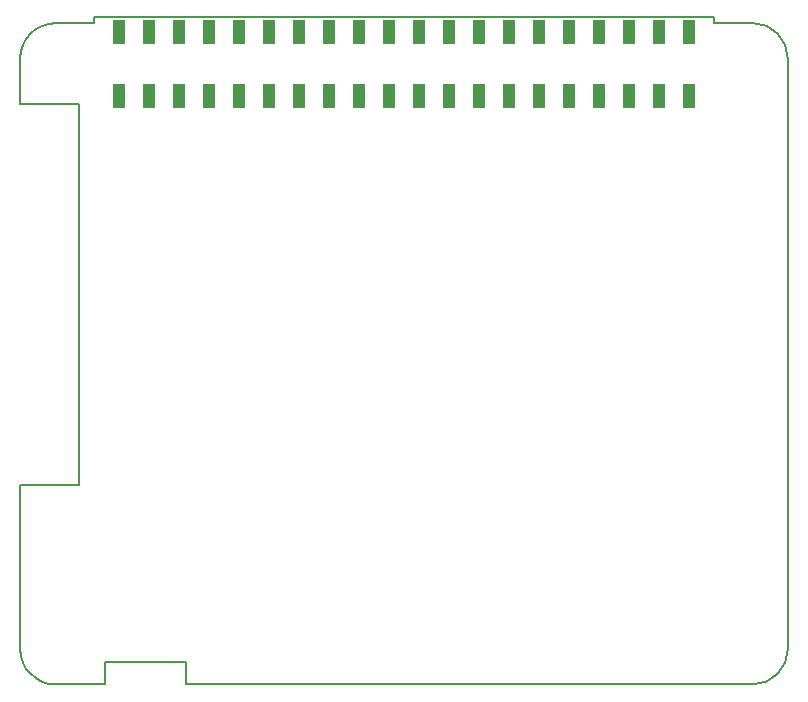
<source format=gbp>
G04 Layer_Color=128*
%FSLAX44Y44*%
%MOMM*%
G71*
G01*
G75*
%ADD72C,0.1500*%
%ADD105R,1.0000X2.0500*%
D72*
X620000Y0D02*
G03*
X650000Y30000I0J30000D01*
G01*
X650000Y530000D02*
G03*
X620000Y560000I-30000J0D01*
G01*
X572000Y0D02*
X620000D01*
X498000D02*
X572000D01*
X140250D02*
X498000D01*
X140250D02*
Y19250D01*
X71750D02*
X140250D01*
X71750Y0D02*
Y19250D01*
X30000Y0D02*
X71750D01*
X24148Y576D02*
X30000Y0D01*
X18520Y2284D02*
X24148Y576D01*
X13333Y5056D02*
X18520Y2284D01*
X8787Y8787D02*
X13333Y5056D01*
X5056Y13333D02*
X8787Y8787D01*
X2284Y18520D02*
X5056Y13333D01*
X577Y24147D02*
X2284Y18520D01*
X0Y30000D02*
X577Y24147D01*
X0Y30000D02*
Y168500D01*
X49750D01*
Y491250D01*
X0D02*
X49750D01*
X0D02*
Y530000D01*
X577Y535853D01*
X2284Y541480D01*
X5056Y546667D01*
X8787Y551213D01*
X13333Y554944D01*
X18520Y557716D01*
X24148Y559424D01*
X30000Y560000D01*
X62750Y560000D01*
X62750Y565000D02*
X62750Y560000D01*
X62750Y565000D02*
X587250Y565000D01*
X587250Y560000D01*
X620000Y560000D01*
X650000Y30000D02*
X650000Y530000D01*
D105*
X83700Y497750D02*
D03*
Y552250D02*
D03*
X109100Y497750D02*
D03*
Y552250D02*
D03*
X134500Y497750D02*
D03*
Y552250D02*
D03*
X159900Y497750D02*
D03*
Y552250D02*
D03*
X185300Y497750D02*
D03*
Y552250D02*
D03*
X210700Y497750D02*
D03*
Y552250D02*
D03*
X236100Y497750D02*
D03*
Y552250D02*
D03*
X261500Y497750D02*
D03*
Y552250D02*
D03*
X286900Y497750D02*
D03*
Y552250D02*
D03*
X312300Y497750D02*
D03*
Y552250D02*
D03*
X337700Y497750D02*
D03*
Y552250D02*
D03*
X363100Y497750D02*
D03*
Y552250D02*
D03*
X388500Y497750D02*
D03*
Y552250D02*
D03*
X413900Y497750D02*
D03*
Y552250D02*
D03*
X439300Y497750D02*
D03*
Y552250D02*
D03*
X464700Y497750D02*
D03*
Y552250D02*
D03*
X490100Y497750D02*
D03*
Y552250D02*
D03*
X515500Y497750D02*
D03*
Y552250D02*
D03*
X540900Y497750D02*
D03*
Y552250D02*
D03*
X566300Y497750D02*
D03*
Y552250D02*
D03*
M02*

</source>
